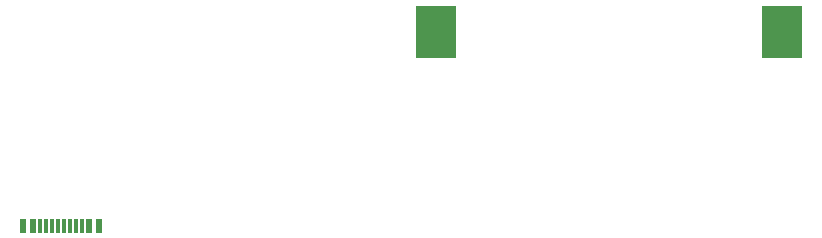
<source format=gbr>
%TF.GenerationSoftware,KiCad,Pcbnew,7.0.1*%
%TF.CreationDate,2024-03-07T06:40:02+01:00*%
%TF.ProjectId,AnthC,416e7468-432e-46b6-9963-61645f706362,M2-R4*%
%TF.SameCoordinates,Original*%
%TF.FileFunction,Paste,Bot*%
%TF.FilePolarity,Positive*%
%FSLAX46Y46*%
G04 Gerber Fmt 4.6, Leading zero omitted, Abs format (unit mm)*
G04 Created by KiCad (PCBNEW 7.0.1) date 2024-03-07 06:40:02*
%MOMM*%
%LPD*%
G01*
G04 APERTURE LIST*
%ADD10R,0.600000X1.150000*%
%ADD11R,0.300000X1.150000*%
%ADD12R,3.500000X4.500000*%
G04 APERTURE END LIST*
D10*
%TO.C,J1*%
X197200000Y-144745000D03*
X196400000Y-144745000D03*
D11*
X195250000Y-144745000D03*
X194250000Y-144745000D03*
X193750000Y-144745000D03*
X192750000Y-144745000D03*
D10*
X190800000Y-144745000D03*
X191600000Y-144745000D03*
D11*
X192250000Y-144745000D03*
X193250000Y-144745000D03*
X194750000Y-144745000D03*
X195750000Y-144745000D03*
%TD*%
D12*
%TO.C,BT1*%
X255050000Y-128400000D03*
X225750000Y-128400000D03*
%TD*%
M02*

</source>
